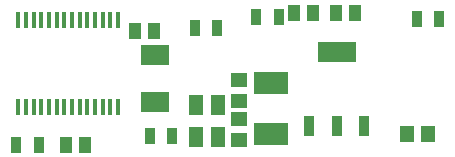
<source format=gbp>
G04*
G04 #@! TF.GenerationSoftware,Altium Limited,Altium Designer,20.1.10 (176)*
G04*
G04 Layer_Color=128*
%FSLAX25Y25*%
%MOIN*%
G70*
G04*
G04 #@! TF.SameCoordinates,773EA745-F9F6-403D-839C-D9EBE2D74CCE*
G04*
G04*
G04 #@! TF.FilePolarity,Positive*
G04*
G01*
G75*
%ADD19R,0.04921X0.06693*%
%ADD20R,0.04016X0.05787*%
%ADD46R,0.12598X0.07087*%
%ADD47R,0.03740X0.07087*%
%ADD48R,0.03622X0.05433*%
%ADD49R,0.09449X0.07087*%
%ADD50R,0.04528X0.05787*%
%ADD51R,0.05787X0.04528*%
%ADD52R,0.11614X0.07677*%
%ADD53R,0.01370X0.05500*%
D19*
X176500Y111685D02*
D03*
Y122315D02*
D03*
X184000Y111685D02*
D03*
Y122315D02*
D03*
D20*
X156200Y147000D02*
D03*
X162500D02*
D03*
X209350Y153000D02*
D03*
X215650D02*
D03*
X229650D02*
D03*
X223350D02*
D03*
X133350Y109000D02*
D03*
X139650D02*
D03*
D46*
X223500Y139705D02*
D03*
D47*
X214445Y115295D02*
D03*
X223500D02*
D03*
X232555D02*
D03*
D48*
X250240Y151000D02*
D03*
X257760D02*
D03*
X204260Y151500D02*
D03*
X196740D02*
D03*
X183760Y148000D02*
D03*
X176240D02*
D03*
X124260Y109000D02*
D03*
X116740D02*
D03*
X161240Y112000D02*
D03*
X168760D02*
D03*
D49*
X163000Y138972D02*
D03*
Y123028D02*
D03*
D50*
X247035Y112500D02*
D03*
X253965D02*
D03*
D51*
X191000Y110535D02*
D03*
Y117465D02*
D03*
Y130465D02*
D03*
Y123535D02*
D03*
D52*
X201500Y129465D02*
D03*
Y112535D02*
D03*
D53*
X117366Y121606D02*
D03*
X119925D02*
D03*
X122484D02*
D03*
X125043D02*
D03*
X127602D02*
D03*
X130161D02*
D03*
X132720D02*
D03*
X135280D02*
D03*
X137839D02*
D03*
X140398D02*
D03*
X142957D02*
D03*
X145516D02*
D03*
X148075D02*
D03*
X150634D02*
D03*
X117366Y150394D02*
D03*
X119925D02*
D03*
X122484D02*
D03*
X125043D02*
D03*
X127602D02*
D03*
X132720D02*
D03*
X130161D02*
D03*
X135280D02*
D03*
X137839D02*
D03*
X140398D02*
D03*
X142957D02*
D03*
X145516D02*
D03*
X148075D02*
D03*
X150634D02*
D03*
M02*

</source>
